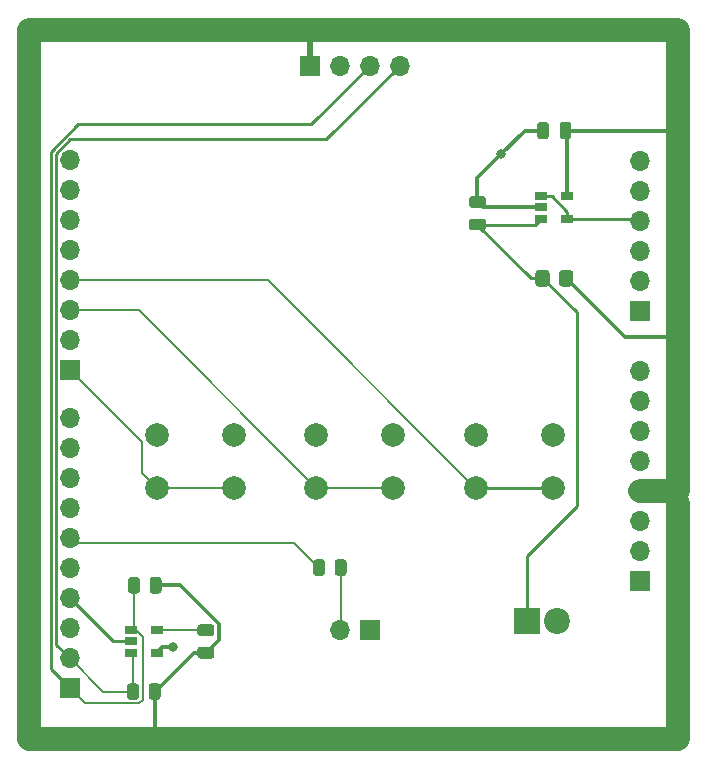
<source format=gbr>
%TF.GenerationSoftware,KiCad,Pcbnew,(5.1.7)-1*%
%TF.CreationDate,2020-11-20T22:02:49-05:00*%
%TF.ProjectId,Temp Probe,54656d70-2050-4726-9f62-652e6b696361,rev?*%
%TF.SameCoordinates,Original*%
%TF.FileFunction,Copper,L1,Top*%
%TF.FilePolarity,Positive*%
%FSLAX46Y46*%
G04 Gerber Fmt 4.6, Leading zero omitted, Abs format (unit mm)*
G04 Created by KiCad (PCBNEW (5.1.7)-1) date 2020-11-20 22:02:49*
%MOMM*%
%LPD*%
G01*
G04 APERTURE LIST*
%TA.AperFunction,ComponentPad*%
%ADD10C,2.200000*%
%TD*%
%TA.AperFunction,ComponentPad*%
%ADD11R,2.200000X2.200000*%
%TD*%
%TA.AperFunction,SMDPad,CuDef*%
%ADD12R,1.060000X0.650000*%
%TD*%
%TA.AperFunction,ComponentPad*%
%ADD13O,1.700000X1.700000*%
%TD*%
%TA.AperFunction,ComponentPad*%
%ADD14R,1.700000X1.700000*%
%TD*%
%TA.AperFunction,ComponentPad*%
%ADD15C,2.000000*%
%TD*%
%TA.AperFunction,ViaPad*%
%ADD16C,0.800000*%
%TD*%
%TA.AperFunction,Conductor*%
%ADD17C,0.300000*%
%TD*%
%TA.AperFunction,Conductor*%
%ADD18C,0.250000*%
%TD*%
%TA.AperFunction,Conductor*%
%ADD19C,2.000000*%
%TD*%
%TA.AperFunction,Conductor*%
%ADD20C,0.500000*%
%TD*%
%TA.AperFunction,Conductor*%
%ADD21C,0.200000*%
%TD*%
G04 APERTURE END LIST*
D10*
%TO.P,TH1,2*%
%TO.N,GND*%
X71750000Y-120000000D03*
D11*
%TO.P,TH1,1*%
%TO.N,Net-(C1-Pad1)*%
X69210000Y-120000000D03*
%TD*%
D12*
%TO.P,U1,5*%
%TO.N,Net-(C3-Pad2)*%
X37850000Y-120800000D03*
%TO.P,U1,4*%
%TO.N,GND*%
X37850000Y-122700000D03*
%TO.P,U1,3*%
%TO.N,/SDA*%
X35650000Y-122700000D03*
%TO.P,U1,2*%
%TO.N,GND*%
X35650000Y-121750000D03*
%TO.P,U1,1*%
%TO.N,/SCL*%
X35650000Y-120800000D03*
%TD*%
%TO.P,U2,5*%
%TO.N,+3V3*%
X72600000Y-84050000D03*
%TO.P,U2,4*%
%TO.N,Net-(J1-Pad4)*%
X72600000Y-85950000D03*
%TO.P,U2,3*%
%TO.N,Net-(C1-Pad1)*%
X70400000Y-85950000D03*
%TO.P,U2,2*%
%TO.N,GND*%
X70400000Y-85000000D03*
%TO.P,U2,1*%
%TO.N,Net-(J1-Pad4)*%
X70400000Y-84050000D03*
%TD*%
%TO.P,R1,2*%
%TO.N,Net-(C1-Pad1)*%
%TA.AperFunction,SMDPad,CuDef*%
G36*
G01*
X71100000Y-90549999D02*
X71100000Y-91450001D01*
G75*
G02*
X70850001Y-91700000I-249999J0D01*
G01*
X70149999Y-91700000D01*
G75*
G02*
X69900000Y-91450001I0J249999D01*
G01*
X69900000Y-90549999D01*
G75*
G02*
X70149999Y-90300000I249999J0D01*
G01*
X70850001Y-90300000D01*
G75*
G02*
X71100000Y-90549999I0J-249999D01*
G01*
G37*
%TD.AperFunction*%
%TO.P,R1,1*%
%TO.N,+3V3*%
%TA.AperFunction,SMDPad,CuDef*%
G36*
G01*
X73100000Y-90549999D02*
X73100000Y-91450001D01*
G75*
G02*
X72850001Y-91700000I-249999J0D01*
G01*
X72149999Y-91700000D01*
G75*
G02*
X71900000Y-91450001I0J249999D01*
G01*
X71900000Y-90549999D01*
G75*
G02*
X72149999Y-90300000I249999J0D01*
G01*
X72850001Y-90300000D01*
G75*
G02*
X73100000Y-90549999I0J-249999D01*
G01*
G37*
%TD.AperFunction*%
%TD*%
%TO.P,R4,2*%
%TO.N,+3V3*%
%TA.AperFunction,SMDPad,CuDef*%
G36*
G01*
X37237500Y-117450002D02*
X37237500Y-116549998D01*
G75*
G02*
X37487498Y-116300000I249998J0D01*
G01*
X38012502Y-116300000D01*
G75*
G02*
X38262500Y-116549998I0J-249998D01*
G01*
X38262500Y-117450002D01*
G75*
G02*
X38012502Y-117700000I-249998J0D01*
G01*
X37487498Y-117700000D01*
G75*
G02*
X37237500Y-117450002I0J249998D01*
G01*
G37*
%TD.AperFunction*%
%TO.P,R4,1*%
%TO.N,/SCL*%
%TA.AperFunction,SMDPad,CuDef*%
G36*
G01*
X35412500Y-117450002D02*
X35412500Y-116549998D01*
G75*
G02*
X35662498Y-116300000I249998J0D01*
G01*
X36187502Y-116300000D01*
G75*
G02*
X36437500Y-116549998I0J-249998D01*
G01*
X36437500Y-117450002D01*
G75*
G02*
X36187502Y-117700000I-249998J0D01*
G01*
X35662498Y-117700000D01*
G75*
G02*
X35412500Y-117450002I0J249998D01*
G01*
G37*
%TD.AperFunction*%
%TD*%
%TO.P,R3,2*%
%TO.N,+3V3*%
%TA.AperFunction,SMDPad,CuDef*%
G36*
G01*
X37150000Y-126450002D02*
X37150000Y-125549998D01*
G75*
G02*
X37399998Y-125300000I249998J0D01*
G01*
X37925002Y-125300000D01*
G75*
G02*
X38175000Y-125549998I0J-249998D01*
G01*
X38175000Y-126450002D01*
G75*
G02*
X37925002Y-126700000I-249998J0D01*
G01*
X37399998Y-126700000D01*
G75*
G02*
X37150000Y-126450002I0J249998D01*
G01*
G37*
%TD.AperFunction*%
%TO.P,R3,1*%
%TO.N,/SDA*%
%TA.AperFunction,SMDPad,CuDef*%
G36*
G01*
X35325000Y-126450002D02*
X35325000Y-125549998D01*
G75*
G02*
X35574998Y-125300000I249998J0D01*
G01*
X36100002Y-125300000D01*
G75*
G02*
X36350000Y-125549998I0J-249998D01*
G01*
X36350000Y-126450002D01*
G75*
G02*
X36100002Y-126700000I-249998J0D01*
G01*
X35574998Y-126700000D01*
G75*
G02*
X35325000Y-126450002I0J249998D01*
G01*
G37*
%TD.AperFunction*%
%TD*%
%TO.P,R2,2*%
%TO.N,Net-(D1-Pad2)*%
%TA.AperFunction,SMDPad,CuDef*%
G36*
G01*
X52900000Y-115950002D02*
X52900000Y-115049998D01*
G75*
G02*
X53149998Y-114800000I249998J0D01*
G01*
X53675002Y-114800000D01*
G75*
G02*
X53925000Y-115049998I0J-249998D01*
G01*
X53925000Y-115950002D01*
G75*
G02*
X53675002Y-116200000I-249998J0D01*
G01*
X53149998Y-116200000D01*
G75*
G02*
X52900000Y-115950002I0J249998D01*
G01*
G37*
%TD.AperFunction*%
%TO.P,R2,1*%
%TO.N,/D12*%
%TA.AperFunction,SMDPad,CuDef*%
G36*
G01*
X51075000Y-115950002D02*
X51075000Y-115049998D01*
G75*
G02*
X51324998Y-114800000I249998J0D01*
G01*
X51850002Y-114800000D01*
G75*
G02*
X52100000Y-115049998I0J-249998D01*
G01*
X52100000Y-115950002D01*
G75*
G02*
X51850002Y-116200000I-249998J0D01*
G01*
X51324998Y-116200000D01*
G75*
G02*
X51075000Y-115950002I0J249998D01*
G01*
G37*
%TD.AperFunction*%
%TD*%
%TO.P,C3,2*%
%TO.N,Net-(C3-Pad2)*%
%TA.AperFunction,SMDPad,CuDef*%
G36*
G01*
X42475000Y-121300000D02*
X41525000Y-121300000D01*
G75*
G02*
X41275000Y-121050000I0J250000D01*
G01*
X41275000Y-120550000D01*
G75*
G02*
X41525000Y-120300000I250000J0D01*
G01*
X42475000Y-120300000D01*
G75*
G02*
X42725000Y-120550000I0J-250000D01*
G01*
X42725000Y-121050000D01*
G75*
G02*
X42475000Y-121300000I-250000J0D01*
G01*
G37*
%TD.AperFunction*%
%TO.P,C3,1*%
%TO.N,+3V3*%
%TA.AperFunction,SMDPad,CuDef*%
G36*
G01*
X42475000Y-123200000D02*
X41525000Y-123200000D01*
G75*
G02*
X41275000Y-122950000I0J250000D01*
G01*
X41275000Y-122450000D01*
G75*
G02*
X41525000Y-122200000I250000J0D01*
G01*
X42475000Y-122200000D01*
G75*
G02*
X42725000Y-122450000I0J-250000D01*
G01*
X42725000Y-122950000D01*
G75*
G02*
X42475000Y-123200000I-250000J0D01*
G01*
G37*
%TD.AperFunction*%
%TD*%
%TO.P,C2,2*%
%TO.N,GND*%
%TA.AperFunction,SMDPad,CuDef*%
G36*
G01*
X71050000Y-78025000D02*
X71050000Y-78975000D01*
G75*
G02*
X70800000Y-79225000I-250000J0D01*
G01*
X70300000Y-79225000D01*
G75*
G02*
X70050000Y-78975000I0J250000D01*
G01*
X70050000Y-78025000D01*
G75*
G02*
X70300000Y-77775000I250000J0D01*
G01*
X70800000Y-77775000D01*
G75*
G02*
X71050000Y-78025000I0J-250000D01*
G01*
G37*
%TD.AperFunction*%
%TO.P,C2,1*%
%TO.N,+3V3*%
%TA.AperFunction,SMDPad,CuDef*%
G36*
G01*
X72950000Y-78025000D02*
X72950000Y-78975000D01*
G75*
G02*
X72700000Y-79225000I-250000J0D01*
G01*
X72200000Y-79225000D01*
G75*
G02*
X71950000Y-78975000I0J250000D01*
G01*
X71950000Y-78025000D01*
G75*
G02*
X72200000Y-77775000I250000J0D01*
G01*
X72700000Y-77775000D01*
G75*
G02*
X72950000Y-78025000I0J-250000D01*
G01*
G37*
%TD.AperFunction*%
%TD*%
%TO.P,C1,2*%
%TO.N,GND*%
%TA.AperFunction,SMDPad,CuDef*%
G36*
G01*
X65475000Y-85050000D02*
X64525000Y-85050000D01*
G75*
G02*
X64275000Y-84800000I0J250000D01*
G01*
X64275000Y-84300000D01*
G75*
G02*
X64525000Y-84050000I250000J0D01*
G01*
X65475000Y-84050000D01*
G75*
G02*
X65725000Y-84300000I0J-250000D01*
G01*
X65725000Y-84800000D01*
G75*
G02*
X65475000Y-85050000I-250000J0D01*
G01*
G37*
%TD.AperFunction*%
%TO.P,C1,1*%
%TO.N,Net-(C1-Pad1)*%
%TA.AperFunction,SMDPad,CuDef*%
G36*
G01*
X65475000Y-86950000D02*
X64525000Y-86950000D01*
G75*
G02*
X64275000Y-86700000I0J250000D01*
G01*
X64275000Y-86200000D01*
G75*
G02*
X64525000Y-85950000I250000J0D01*
G01*
X65475000Y-85950000D01*
G75*
G02*
X65725000Y-86200000I0J-250000D01*
G01*
X65725000Y-86700000D01*
G75*
G02*
X65475000Y-86950000I-250000J0D01*
G01*
G37*
%TD.AperFunction*%
%TD*%
D13*
%TO.P,U3,4*%
%TO.N,/SDA*%
X58430000Y-73000000D03*
%TO.P,U3,3*%
%TO.N,/SCL*%
X55890000Y-73000000D03*
%TO.P,U3,2*%
%TO.N,GND*%
X53350000Y-73000000D03*
D14*
%TO.P,U3,1*%
%TO.N,+3V3*%
X50810000Y-73000000D03*
%TD*%
D15*
%TO.P,SW1,1*%
%TO.N,GND*%
X44360000Y-104250000D03*
%TO.P,SW1,2*%
%TO.N,/D7*%
X44360000Y-108750000D03*
%TO.P,SW1,1*%
%TO.N,GND*%
X37860000Y-104250000D03*
%TO.P,SW1,2*%
%TO.N,/D7*%
X37860000Y-108750000D03*
%TD*%
%TO.P,SW2,1*%
%TO.N,GND*%
X57860000Y-104250000D03*
%TO.P,SW2,2*%
%TO.N,/D5*%
X57860000Y-108750000D03*
%TO.P,SW2,1*%
%TO.N,GND*%
X51360000Y-104250000D03*
%TO.P,SW2,2*%
%TO.N,/D5*%
X51360000Y-108750000D03*
%TD*%
%TO.P,SW3,1*%
%TO.N,GND*%
X71360000Y-104250000D03*
%TO.P,SW3,2*%
%TO.N,/D4*%
X71360000Y-108750000D03*
%TO.P,SW3,1*%
%TO.N,GND*%
X64860000Y-104250000D03*
%TO.P,SW3,2*%
%TO.N,/D4*%
X64860000Y-108750000D03*
%TD*%
D13*
%TO.P,J4,10*%
%TO.N,N/C*%
X30480000Y-102870000D03*
%TO.P,J4,9*%
X30480000Y-105410000D03*
%TO.P,J4,8*%
X30480000Y-107950000D03*
%TO.P,J4,7*%
X30480000Y-110490000D03*
%TO.P,J4,6*%
%TO.N,/D12*%
X30480000Y-113030000D03*
%TO.P,J4,5*%
%TO.N,N/C*%
X30480000Y-115570000D03*
%TO.P,J4,4*%
%TO.N,GND*%
X30480000Y-118110000D03*
%TO.P,J4,3*%
%TO.N,N/C*%
X30480000Y-120650000D03*
%TO.P,J4,2*%
%TO.N,/SDA*%
X30480000Y-123190000D03*
D14*
%TO.P,J4,1*%
%TO.N,/SCL*%
X30480000Y-125730000D03*
%TD*%
D13*
%TO.P,J3,8*%
%TO.N,N/C*%
X78740000Y-98840000D03*
%TO.P,J3,7*%
%TO.N,GND*%
X78740000Y-101380000D03*
%TO.P,J3,6*%
%TO.N,N/C*%
X78740000Y-103920000D03*
%TO.P,J3,5*%
X78740000Y-106460000D03*
%TO.P,J3,4*%
%TO.N,+3V3*%
X78740000Y-109000000D03*
%TO.P,J3,3*%
%TO.N,N/C*%
X78740000Y-111540000D03*
%TO.P,J3,2*%
X78740000Y-114080000D03*
D14*
%TO.P,J3,1*%
X78740000Y-116620000D03*
%TD*%
D13*
%TO.P,J2,8*%
%TO.N,N/C*%
X30480000Y-81030000D03*
%TO.P,J2,7*%
X30480000Y-83570000D03*
%TO.P,J2,6*%
X30480000Y-86110000D03*
%TO.P,J2,5*%
X30480000Y-88650000D03*
%TO.P,J2,4*%
%TO.N,/D4*%
X30480000Y-91190000D03*
%TO.P,J2,3*%
%TO.N,/D5*%
X30480000Y-93730000D03*
%TO.P,J2,2*%
%TO.N,N/C*%
X30480000Y-96270000D03*
D14*
%TO.P,J2,1*%
%TO.N,/D7*%
X30480000Y-98810000D03*
%TD*%
D13*
%TO.P,J1,6*%
%TO.N,N/C*%
X78740000Y-81060000D03*
%TO.P,J1,5*%
X78740000Y-83600000D03*
%TO.P,J1,4*%
%TO.N,Net-(J1-Pad4)*%
X78740000Y-86140000D03*
%TO.P,J1,3*%
%TO.N,N/C*%
X78740000Y-88680000D03*
%TO.P,J1,2*%
X78740000Y-91220000D03*
D14*
%TO.P,J1,1*%
X78740000Y-93760000D03*
%TD*%
D13*
%TO.P,D1,2*%
%TO.N,Net-(D1-Pad2)*%
X53320000Y-120750000D03*
D14*
%TO.P,D1,1*%
%TO.N,GND*%
X55860000Y-120750000D03*
%TD*%
D16*
%TO.N,GND*%
X67000000Y-80500000D03*
X39250000Y-122250000D03*
%TD*%
D17*
%TO.N,GND*%
X69000000Y-78500000D02*
X67000000Y-80500000D01*
X70550000Y-78500000D02*
X69000000Y-78500000D01*
X65000000Y-82500000D02*
X67000000Y-80500000D01*
X65000000Y-84550000D02*
X65000000Y-82500000D01*
X65450000Y-85000000D02*
X65000000Y-84550000D01*
X70400000Y-85000000D02*
X65450000Y-85000000D01*
X38300000Y-122250000D02*
X37850000Y-122700000D01*
X39250000Y-122250000D02*
X38300000Y-122250000D01*
D18*
X34120000Y-121750000D02*
X30480000Y-118110000D01*
X35650000Y-121750000D02*
X34120000Y-121750000D01*
%TO.N,Net-(C1-Pad1)*%
X69550000Y-91000000D02*
X65000000Y-86450000D01*
X70500000Y-91000000D02*
X69550000Y-91000000D01*
X69900000Y-86450000D02*
X70400000Y-85950000D01*
X65000000Y-86450000D02*
X69900000Y-86450000D01*
X73399001Y-110316999D02*
X73399001Y-93899001D01*
X73399001Y-93899001D02*
X70500000Y-91000000D01*
X69210000Y-114506000D02*
X69252000Y-114464000D01*
X69210000Y-120000000D02*
X69210000Y-114506000D01*
X69252000Y-114464000D02*
X73399001Y-110316999D01*
D19*
%TO.N,+3V3*%
X78740000Y-109000000D02*
X82000000Y-109000000D01*
X27000000Y-70000000D02*
X27000000Y-130000000D01*
X82000000Y-130000000D02*
X82000000Y-110000000D01*
D18*
X50810000Y-70190000D02*
X51000000Y-70000000D01*
D20*
X50810000Y-73000000D02*
X50810000Y-70190000D01*
D19*
X51000000Y-70000000D02*
X27000000Y-70000000D01*
X82000000Y-70000000D02*
X51000000Y-70000000D01*
D17*
X72450000Y-78500000D02*
X81750000Y-78500000D01*
D19*
X82000000Y-78250000D02*
X82000000Y-70000000D01*
D17*
X81750000Y-78500000D02*
X82000000Y-78250000D01*
X72600000Y-78650000D02*
X72450000Y-78500000D01*
X72600000Y-84050000D02*
X72600000Y-78650000D01*
X77500000Y-96000000D02*
X82000000Y-96000000D01*
D19*
X82000000Y-96000000D02*
X82000000Y-78250000D01*
D17*
X72500000Y-91000000D02*
X77500000Y-96000000D01*
D19*
X82000000Y-109000000D02*
X82000000Y-96000000D01*
D17*
X44050000Y-129300000D02*
X44750000Y-130000000D01*
D19*
X44750000Y-130000000D02*
X82000000Y-130000000D01*
D18*
X35000000Y-129750000D02*
X34750000Y-130000000D01*
D19*
X27000000Y-130000000D02*
X34750000Y-130000000D01*
D17*
X43075010Y-121624990D02*
X42000000Y-122700000D01*
X43075010Y-120301464D02*
X43075010Y-121624990D01*
X39773546Y-117000000D02*
X43075010Y-120301464D01*
X37750000Y-117000000D02*
X39773546Y-117000000D01*
X40962500Y-122700000D02*
X37662500Y-126000000D01*
X42000000Y-122700000D02*
X40962500Y-122700000D01*
X37662500Y-129412500D02*
X38250000Y-130000000D01*
X37662500Y-126000000D02*
X37662500Y-129412500D01*
D19*
X38250000Y-130000000D02*
X44750000Y-130000000D01*
X34750000Y-130000000D02*
X38250000Y-130000000D01*
D18*
%TO.N,Net-(D1-Pad2)*%
X53320000Y-115680000D02*
X53500000Y-115500000D01*
D21*
X53412500Y-120657500D02*
X53320000Y-120750000D01*
X53412500Y-115500000D02*
X53412500Y-120657500D01*
D18*
%TO.N,Net-(J1-Pad4)*%
X71275000Y-84050000D02*
X70400000Y-84050000D01*
X72600000Y-85375000D02*
X71275000Y-84050000D01*
X72600000Y-85950000D02*
X72600000Y-85375000D01*
X78550000Y-85950000D02*
X78740000Y-86140000D01*
X72600000Y-85950000D02*
X78550000Y-85950000D01*
D21*
%TO.N,/D4*%
X42224002Y-91190000D02*
X30480000Y-91190000D01*
X64804000Y-108750000D02*
X47244000Y-91190000D01*
X42224002Y-91190000D02*
X47244000Y-91190000D01*
D18*
X64860000Y-108750000D02*
X71360000Y-108750000D01*
D21*
%TO.N,/D5*%
X36340000Y-93730000D02*
X30480000Y-93730000D01*
X51360000Y-108750000D02*
X36340000Y-93730000D01*
X51360000Y-108750000D02*
X57860000Y-108750000D01*
%TO.N,/D7*%
X36559999Y-104889999D02*
X30480000Y-98810000D01*
X36559999Y-107449999D02*
X36559999Y-104889999D01*
X37860000Y-108750000D02*
X36559999Y-107449999D01*
X37860000Y-108750000D02*
X44360000Y-108750000D01*
%TO.N,/D12*%
X30824999Y-113374999D02*
X30480000Y-113030000D01*
X49462499Y-113374999D02*
X30824999Y-113374999D01*
X51587500Y-115500000D02*
X49462499Y-113374999D01*
D18*
%TO.N,/SDA*%
X29304999Y-80465999D02*
X30520998Y-79250000D01*
X29304999Y-122014999D02*
X29304999Y-80465999D01*
X30480000Y-123190000D02*
X29304999Y-122014999D01*
X52180000Y-79250000D02*
X58430000Y-73000000D01*
X30520998Y-79250000D02*
X52180000Y-79250000D01*
D21*
X35837500Y-122887500D02*
X35650000Y-122700000D01*
X35837500Y-126000000D02*
X35837500Y-122887500D01*
X33290000Y-126000000D02*
X30480000Y-123190000D01*
X35837500Y-126000000D02*
X33290000Y-126000000D01*
%TO.N,/SCL*%
X30500000Y-125750000D02*
X30480000Y-125730000D01*
D18*
X28854989Y-124104989D02*
X30480000Y-125730000D01*
X28854989Y-80279599D02*
X28854989Y-124104989D01*
X31152407Y-77982181D02*
X28854989Y-80279599D01*
X50907819Y-77982181D02*
X31152407Y-77982181D01*
X55890000Y-73000000D02*
X50907819Y-77982181D01*
D21*
X35925000Y-120525000D02*
X35650000Y-120800000D01*
X35925000Y-117000000D02*
X35925000Y-120525000D01*
X36327824Y-127000010D02*
X31750010Y-127000010D01*
X36650010Y-126677824D02*
X36327824Y-127000010D01*
X31750010Y-127000010D02*
X30480000Y-125730000D01*
X36650010Y-121355008D02*
X36650010Y-126677824D01*
X36095002Y-120800000D02*
X36650010Y-121355008D01*
X35650000Y-120800000D02*
X36095002Y-120800000D01*
%TO.N,Net-(C3-Pad2)*%
X37850000Y-120800000D02*
X42000000Y-120800000D01*
%TD*%
M02*

</source>
